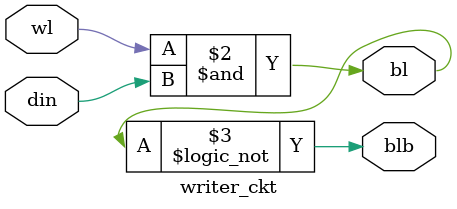
<source format=v>
module writer_ckt(bl,blb,wl,din);
  input wl,din;
  output reg bl,blb;
  always @(wl,din) begin
    bl = wl & din;
    blb = !bl;
  end
endmodule
</source>
